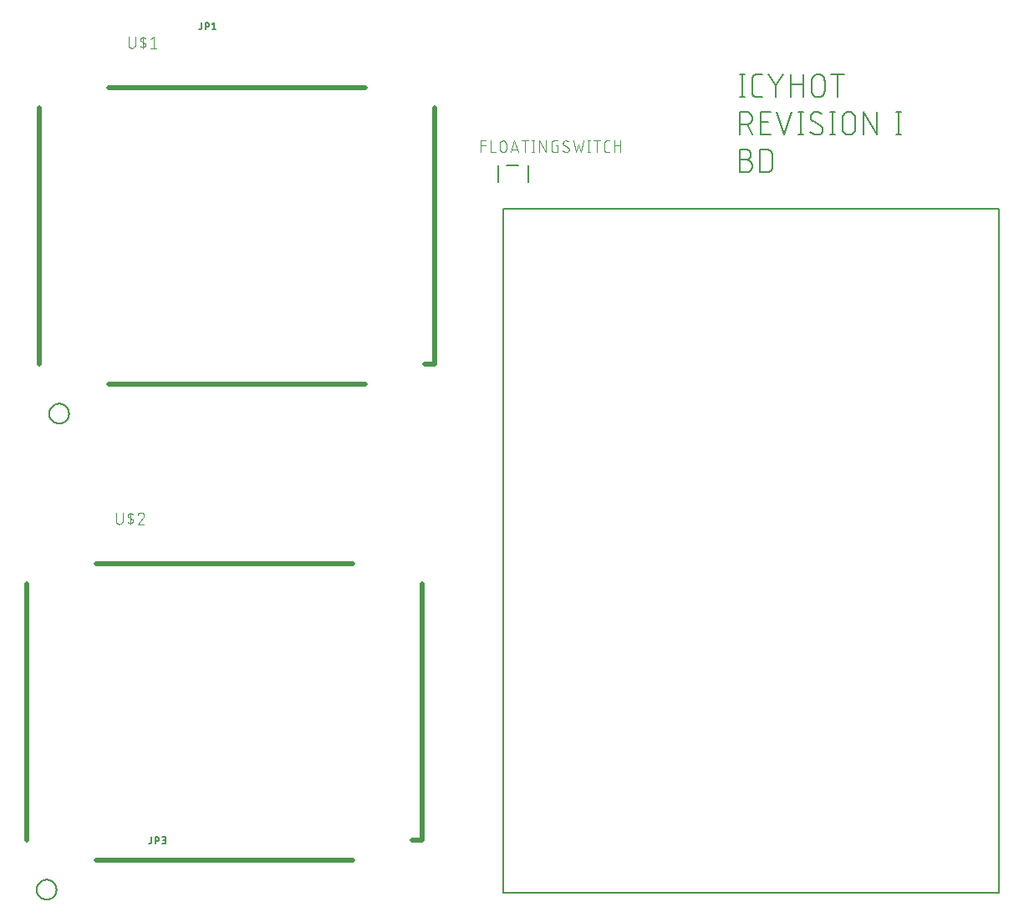
<source format=gbr>
G04 EAGLE Gerber RS-274X export*
G75*
%MOMM*%
%FSLAX34Y34*%
%LPD*%
%INSilkscreen Top*%
%IPPOS*%
%AMOC8*
5,1,8,0,0,1.08239X$1,22.5*%
G01*
%ADD10C,0.203200*%
%ADD11C,0.127000*%
%ADD12C,0.152400*%
%ADD13C,0.100000*%
%ADD14C,0.101600*%
%ADD15C,0.500000*%


D10*
X740212Y849884D02*
X740212Y826516D01*
X737616Y826516D02*
X742809Y826516D01*
X742809Y849884D02*
X737616Y849884D01*
X755594Y826516D02*
X760786Y826516D01*
X755594Y826516D02*
X755451Y826518D01*
X755308Y826524D01*
X755165Y826534D01*
X755023Y826548D01*
X754881Y826565D01*
X754739Y826587D01*
X754598Y826612D01*
X754458Y826642D01*
X754319Y826675D01*
X754181Y826712D01*
X754044Y826753D01*
X753908Y826797D01*
X753773Y826846D01*
X753640Y826898D01*
X753508Y826953D01*
X753378Y827013D01*
X753249Y827076D01*
X753122Y827142D01*
X752998Y827212D01*
X752875Y827285D01*
X752754Y827362D01*
X752635Y827442D01*
X752519Y827525D01*
X752404Y827611D01*
X752293Y827700D01*
X752183Y827793D01*
X752077Y827888D01*
X751973Y827987D01*
X751872Y828088D01*
X751773Y828192D01*
X751678Y828298D01*
X751585Y828408D01*
X751496Y828519D01*
X751410Y828634D01*
X751327Y828750D01*
X751247Y828869D01*
X751170Y828990D01*
X751097Y829113D01*
X751027Y829237D01*
X750961Y829364D01*
X750898Y829493D01*
X750838Y829623D01*
X750783Y829755D01*
X750731Y829888D01*
X750682Y830023D01*
X750638Y830159D01*
X750597Y830296D01*
X750560Y830434D01*
X750527Y830573D01*
X750497Y830713D01*
X750472Y830854D01*
X750450Y830996D01*
X750433Y831138D01*
X750419Y831280D01*
X750409Y831423D01*
X750403Y831566D01*
X750401Y831709D01*
X750401Y844691D01*
X750403Y844834D01*
X750409Y844977D01*
X750419Y845120D01*
X750433Y845262D01*
X750450Y845404D01*
X750472Y845546D01*
X750497Y845687D01*
X750527Y845827D01*
X750560Y845966D01*
X750597Y846104D01*
X750638Y846241D01*
X750682Y846377D01*
X750731Y846512D01*
X750783Y846645D01*
X750838Y846777D01*
X750898Y846907D01*
X750961Y847036D01*
X751027Y847163D01*
X751097Y847287D01*
X751170Y847410D01*
X751247Y847531D01*
X751327Y847650D01*
X751410Y847766D01*
X751496Y847881D01*
X751585Y847992D01*
X751678Y848102D01*
X751773Y848208D01*
X751872Y848312D01*
X751973Y848413D01*
X752077Y848512D01*
X752183Y848607D01*
X752293Y848700D01*
X752404Y848789D01*
X752519Y848875D01*
X752635Y848958D01*
X752754Y849038D01*
X752875Y849115D01*
X752997Y849188D01*
X753122Y849258D01*
X753249Y849324D01*
X753378Y849387D01*
X753508Y849447D01*
X753640Y849502D01*
X753773Y849554D01*
X753908Y849603D01*
X754044Y849647D01*
X754181Y849688D01*
X754319Y849725D01*
X754458Y849758D01*
X754598Y849788D01*
X754739Y849813D01*
X754881Y849835D01*
X755023Y849852D01*
X755165Y849866D01*
X755308Y849876D01*
X755451Y849882D01*
X755594Y849884D01*
X760786Y849884D01*
X766525Y849884D02*
X774314Y838849D01*
X782104Y849884D01*
X774314Y838849D02*
X774314Y826516D01*
X789398Y826516D02*
X789398Y849884D01*
X789398Y839498D02*
X802380Y839498D01*
X802380Y849884D02*
X802380Y826516D01*
X810973Y833007D02*
X810973Y843393D01*
X810975Y843552D01*
X810981Y843711D01*
X810991Y843871D01*
X811004Y844029D01*
X811022Y844188D01*
X811043Y844345D01*
X811069Y844503D01*
X811098Y844659D01*
X811131Y844815D01*
X811168Y844970D01*
X811208Y845124D01*
X811253Y845277D01*
X811301Y845429D01*
X811352Y845580D01*
X811408Y845729D01*
X811467Y845877D01*
X811530Y846023D01*
X811596Y846168D01*
X811666Y846311D01*
X811739Y846453D01*
X811816Y846592D01*
X811896Y846730D01*
X811980Y846866D01*
X812067Y846999D01*
X812157Y847131D01*
X812250Y847260D01*
X812347Y847386D01*
X812446Y847511D01*
X812549Y847633D01*
X812654Y847752D01*
X812763Y847869D01*
X812874Y847983D01*
X812988Y848094D01*
X813105Y848203D01*
X813224Y848308D01*
X813346Y848411D01*
X813471Y848510D01*
X813597Y848607D01*
X813726Y848700D01*
X813858Y848790D01*
X813991Y848877D01*
X814127Y848961D01*
X814265Y849041D01*
X814404Y849118D01*
X814546Y849191D01*
X814689Y849261D01*
X814834Y849327D01*
X814980Y849390D01*
X815128Y849449D01*
X815277Y849505D01*
X815428Y849556D01*
X815580Y849604D01*
X815733Y849649D01*
X815887Y849689D01*
X816042Y849726D01*
X816198Y849759D01*
X816354Y849788D01*
X816512Y849814D01*
X816669Y849835D01*
X816828Y849853D01*
X816986Y849866D01*
X817146Y849876D01*
X817305Y849882D01*
X817464Y849884D01*
X817623Y849882D01*
X817782Y849876D01*
X817942Y849866D01*
X818100Y849853D01*
X818259Y849835D01*
X818416Y849814D01*
X818574Y849788D01*
X818730Y849759D01*
X818886Y849726D01*
X819041Y849689D01*
X819195Y849649D01*
X819348Y849604D01*
X819500Y849556D01*
X819651Y849505D01*
X819800Y849449D01*
X819948Y849390D01*
X820094Y849327D01*
X820239Y849261D01*
X820382Y849191D01*
X820524Y849118D01*
X820663Y849041D01*
X820801Y848961D01*
X820937Y848877D01*
X821070Y848790D01*
X821202Y848700D01*
X821331Y848607D01*
X821457Y848510D01*
X821582Y848411D01*
X821704Y848308D01*
X821823Y848203D01*
X821940Y848094D01*
X822054Y847983D01*
X822165Y847869D01*
X822274Y847752D01*
X822379Y847633D01*
X822482Y847511D01*
X822581Y847386D01*
X822678Y847260D01*
X822771Y847131D01*
X822861Y846999D01*
X822948Y846866D01*
X823032Y846730D01*
X823112Y846592D01*
X823189Y846453D01*
X823262Y846311D01*
X823332Y846168D01*
X823398Y846023D01*
X823461Y845877D01*
X823520Y845729D01*
X823576Y845580D01*
X823627Y845429D01*
X823675Y845277D01*
X823720Y845124D01*
X823760Y844970D01*
X823797Y844815D01*
X823830Y844659D01*
X823859Y844503D01*
X823885Y844345D01*
X823906Y844188D01*
X823924Y844029D01*
X823937Y843871D01*
X823947Y843711D01*
X823953Y843552D01*
X823955Y843393D01*
X823955Y833007D01*
X823953Y832848D01*
X823947Y832689D01*
X823937Y832529D01*
X823924Y832371D01*
X823906Y832212D01*
X823885Y832055D01*
X823859Y831897D01*
X823830Y831741D01*
X823797Y831585D01*
X823760Y831430D01*
X823720Y831276D01*
X823675Y831123D01*
X823627Y830971D01*
X823576Y830820D01*
X823520Y830671D01*
X823461Y830523D01*
X823398Y830377D01*
X823332Y830232D01*
X823262Y830089D01*
X823189Y829947D01*
X823112Y829808D01*
X823032Y829670D01*
X822948Y829534D01*
X822861Y829401D01*
X822771Y829269D01*
X822678Y829140D01*
X822581Y829014D01*
X822482Y828889D01*
X822379Y828767D01*
X822274Y828648D01*
X822165Y828531D01*
X822054Y828417D01*
X821940Y828306D01*
X821823Y828197D01*
X821704Y828092D01*
X821582Y827989D01*
X821457Y827890D01*
X821331Y827793D01*
X821202Y827700D01*
X821070Y827610D01*
X820937Y827523D01*
X820801Y827439D01*
X820663Y827359D01*
X820524Y827282D01*
X820382Y827209D01*
X820239Y827139D01*
X820094Y827073D01*
X819948Y827010D01*
X819800Y826951D01*
X819651Y826895D01*
X819500Y826844D01*
X819348Y826796D01*
X819195Y826751D01*
X819041Y826711D01*
X818886Y826674D01*
X818730Y826641D01*
X818574Y826612D01*
X818416Y826586D01*
X818259Y826565D01*
X818100Y826547D01*
X817942Y826534D01*
X817782Y826524D01*
X817623Y826518D01*
X817464Y826516D01*
X817305Y826518D01*
X817146Y826524D01*
X816986Y826534D01*
X816828Y826547D01*
X816669Y826565D01*
X816512Y826586D01*
X816354Y826612D01*
X816198Y826641D01*
X816042Y826674D01*
X815887Y826711D01*
X815733Y826751D01*
X815580Y826796D01*
X815428Y826844D01*
X815277Y826895D01*
X815128Y826951D01*
X814980Y827010D01*
X814834Y827073D01*
X814689Y827139D01*
X814546Y827209D01*
X814404Y827282D01*
X814265Y827359D01*
X814127Y827439D01*
X813991Y827523D01*
X813858Y827610D01*
X813726Y827700D01*
X813597Y827793D01*
X813471Y827890D01*
X813346Y827989D01*
X813224Y828092D01*
X813105Y828197D01*
X812988Y828306D01*
X812874Y828417D01*
X812763Y828531D01*
X812654Y828648D01*
X812549Y828767D01*
X812446Y828889D01*
X812347Y829014D01*
X812250Y829140D01*
X812157Y829269D01*
X812067Y829401D01*
X811980Y829534D01*
X811896Y829670D01*
X811816Y829808D01*
X811739Y829947D01*
X811666Y830089D01*
X811596Y830232D01*
X811530Y830377D01*
X811467Y830523D01*
X811408Y830671D01*
X811352Y830820D01*
X811301Y830971D01*
X811253Y831123D01*
X811208Y831276D01*
X811168Y831430D01*
X811131Y831585D01*
X811098Y831741D01*
X811069Y831897D01*
X811043Y832055D01*
X811022Y832212D01*
X811004Y832371D01*
X810991Y832529D01*
X810981Y832689D01*
X810975Y832848D01*
X810973Y833007D01*
X836951Y826516D02*
X836951Y849884D01*
X830460Y849884D02*
X843442Y849884D01*
X737616Y811784D02*
X737616Y788416D01*
X737616Y811784D02*
X744107Y811784D01*
X744266Y811782D01*
X744425Y811776D01*
X744585Y811766D01*
X744743Y811753D01*
X744902Y811735D01*
X745059Y811714D01*
X745217Y811688D01*
X745373Y811659D01*
X745529Y811626D01*
X745684Y811589D01*
X745838Y811549D01*
X745991Y811504D01*
X746143Y811456D01*
X746294Y811405D01*
X746443Y811349D01*
X746591Y811290D01*
X746737Y811227D01*
X746882Y811161D01*
X747025Y811091D01*
X747167Y811018D01*
X747306Y810941D01*
X747444Y810861D01*
X747580Y810777D01*
X747713Y810690D01*
X747845Y810600D01*
X747974Y810507D01*
X748100Y810410D01*
X748225Y810311D01*
X748347Y810208D01*
X748466Y810103D01*
X748583Y809994D01*
X748697Y809883D01*
X748808Y809769D01*
X748917Y809652D01*
X749022Y809533D01*
X749125Y809411D01*
X749224Y809286D01*
X749321Y809160D01*
X749414Y809031D01*
X749504Y808899D01*
X749591Y808766D01*
X749675Y808630D01*
X749755Y808492D01*
X749832Y808353D01*
X749905Y808211D01*
X749975Y808068D01*
X750041Y807923D01*
X750104Y807777D01*
X750163Y807629D01*
X750219Y807480D01*
X750270Y807329D01*
X750318Y807177D01*
X750363Y807024D01*
X750403Y806870D01*
X750440Y806715D01*
X750473Y806559D01*
X750502Y806403D01*
X750528Y806245D01*
X750549Y806088D01*
X750567Y805929D01*
X750580Y805771D01*
X750590Y805611D01*
X750596Y805452D01*
X750598Y805293D01*
X750596Y805134D01*
X750590Y804975D01*
X750580Y804815D01*
X750567Y804657D01*
X750549Y804498D01*
X750528Y804341D01*
X750502Y804183D01*
X750473Y804027D01*
X750440Y803871D01*
X750403Y803716D01*
X750363Y803562D01*
X750318Y803409D01*
X750270Y803257D01*
X750219Y803106D01*
X750163Y802957D01*
X750104Y802809D01*
X750041Y802663D01*
X749975Y802518D01*
X749905Y802375D01*
X749832Y802233D01*
X749755Y802094D01*
X749675Y801956D01*
X749591Y801820D01*
X749504Y801687D01*
X749414Y801555D01*
X749321Y801426D01*
X749224Y801300D01*
X749125Y801175D01*
X749022Y801053D01*
X748917Y800934D01*
X748808Y800817D01*
X748697Y800703D01*
X748583Y800592D01*
X748466Y800483D01*
X748347Y800378D01*
X748225Y800275D01*
X748100Y800176D01*
X747974Y800079D01*
X747845Y799986D01*
X747713Y799896D01*
X747580Y799809D01*
X747444Y799725D01*
X747306Y799645D01*
X747167Y799568D01*
X747025Y799495D01*
X746882Y799425D01*
X746737Y799359D01*
X746591Y799296D01*
X746443Y799237D01*
X746294Y799181D01*
X746143Y799130D01*
X745991Y799082D01*
X745838Y799037D01*
X745684Y798997D01*
X745529Y798960D01*
X745373Y798927D01*
X745217Y798898D01*
X745059Y798872D01*
X744902Y798851D01*
X744743Y798833D01*
X744585Y798820D01*
X744425Y798810D01*
X744266Y798804D01*
X744107Y798802D01*
X737616Y798802D01*
X745405Y798802D02*
X750598Y788416D01*
X759151Y788416D02*
X769537Y788416D01*
X759151Y788416D02*
X759151Y811784D01*
X769537Y811784D01*
X766941Y801398D02*
X759151Y801398D01*
X775228Y811784D02*
X783017Y788416D01*
X790806Y811784D01*
X799720Y811784D02*
X799720Y788416D01*
X797124Y788416D02*
X802317Y788416D01*
X802317Y811784D02*
X797124Y811784D01*
X817025Y788416D02*
X817168Y788418D01*
X817311Y788424D01*
X817454Y788434D01*
X817596Y788448D01*
X817738Y788465D01*
X817880Y788487D01*
X818021Y788512D01*
X818161Y788542D01*
X818300Y788575D01*
X818438Y788612D01*
X818575Y788653D01*
X818711Y788697D01*
X818846Y788746D01*
X818979Y788798D01*
X819111Y788853D01*
X819241Y788913D01*
X819370Y788976D01*
X819497Y789042D01*
X819622Y789112D01*
X819744Y789185D01*
X819865Y789262D01*
X819984Y789342D01*
X820100Y789425D01*
X820215Y789511D01*
X820326Y789600D01*
X820436Y789693D01*
X820542Y789788D01*
X820646Y789887D01*
X820747Y789988D01*
X820846Y790092D01*
X820941Y790198D01*
X821034Y790308D01*
X821123Y790419D01*
X821209Y790534D01*
X821292Y790650D01*
X821372Y790769D01*
X821449Y790890D01*
X821522Y791013D01*
X821592Y791137D01*
X821658Y791264D01*
X821721Y791393D01*
X821781Y791523D01*
X821836Y791655D01*
X821888Y791788D01*
X821937Y791923D01*
X821981Y792059D01*
X822022Y792196D01*
X822059Y792334D01*
X822092Y792473D01*
X822122Y792613D01*
X822147Y792754D01*
X822169Y792896D01*
X822186Y793038D01*
X822200Y793180D01*
X822210Y793323D01*
X822216Y793466D01*
X822218Y793609D01*
X817025Y788416D02*
X816763Y788419D01*
X816500Y788429D01*
X816238Y788444D01*
X815977Y788466D01*
X815716Y788494D01*
X815456Y788529D01*
X815196Y788570D01*
X814938Y788616D01*
X814681Y788669D01*
X814425Y788729D01*
X814171Y788794D01*
X813918Y788865D01*
X813668Y788942D01*
X813419Y789026D01*
X813172Y789115D01*
X812927Y789210D01*
X812685Y789311D01*
X812445Y789418D01*
X812208Y789530D01*
X811974Y789648D01*
X811742Y789772D01*
X811514Y789901D01*
X811288Y790036D01*
X811066Y790176D01*
X810847Y790321D01*
X810632Y790471D01*
X810421Y790627D01*
X810213Y790787D01*
X810009Y790953D01*
X809810Y791123D01*
X809614Y791298D01*
X809423Y791477D01*
X809236Y791662D01*
X809885Y806591D02*
X809887Y806734D01*
X809893Y806877D01*
X809903Y807020D01*
X809917Y807162D01*
X809934Y807304D01*
X809956Y807446D01*
X809981Y807587D01*
X810011Y807727D01*
X810044Y807866D01*
X810081Y808004D01*
X810122Y808141D01*
X810166Y808277D01*
X810215Y808412D01*
X810267Y808545D01*
X810322Y808677D01*
X810382Y808807D01*
X810445Y808936D01*
X810511Y809063D01*
X810581Y809188D01*
X810654Y809310D01*
X810731Y809431D01*
X810811Y809550D01*
X810894Y809666D01*
X810980Y809781D01*
X811069Y809892D01*
X811162Y810002D01*
X811257Y810108D01*
X811356Y810212D01*
X811457Y810313D01*
X811561Y810412D01*
X811667Y810507D01*
X811777Y810600D01*
X811888Y810689D01*
X812003Y810775D01*
X812119Y810859D01*
X812238Y810938D01*
X812359Y811015D01*
X812482Y811088D01*
X812606Y811158D01*
X812733Y811224D01*
X812862Y811287D01*
X812992Y811347D01*
X813124Y811402D01*
X813257Y811454D01*
X813392Y811503D01*
X813528Y811547D01*
X813665Y811588D01*
X813803Y811625D01*
X813942Y811658D01*
X814082Y811688D01*
X814223Y811713D01*
X814365Y811735D01*
X814507Y811752D01*
X814649Y811766D01*
X814792Y811776D01*
X814935Y811782D01*
X815078Y811784D01*
X815310Y811781D01*
X815542Y811773D01*
X815774Y811759D01*
X816005Y811740D01*
X816236Y811715D01*
X816466Y811685D01*
X816695Y811649D01*
X816923Y811608D01*
X817151Y811561D01*
X817377Y811509D01*
X817602Y811451D01*
X817825Y811388D01*
X818047Y811320D01*
X818267Y811247D01*
X818485Y811168D01*
X818702Y811085D01*
X818916Y810996D01*
X819128Y810902D01*
X819338Y810803D01*
X819546Y810699D01*
X819750Y810590D01*
X819953Y810476D01*
X820152Y810357D01*
X820349Y810234D01*
X820542Y810106D01*
X820733Y809974D01*
X820920Y809837D01*
X812481Y802047D02*
X812358Y802122D01*
X812237Y802200D01*
X812118Y802282D01*
X812002Y802366D01*
X811888Y802454D01*
X811776Y802545D01*
X811666Y802639D01*
X811560Y802736D01*
X811456Y802836D01*
X811355Y802938D01*
X811256Y803044D01*
X811161Y803152D01*
X811068Y803262D01*
X810979Y803375D01*
X810893Y803491D01*
X810809Y803608D01*
X810730Y803728D01*
X810653Y803850D01*
X810580Y803974D01*
X810510Y804100D01*
X810444Y804228D01*
X810381Y804358D01*
X810322Y804489D01*
X810266Y804622D01*
X810214Y804757D01*
X810166Y804893D01*
X810121Y805030D01*
X810081Y805168D01*
X810044Y805307D01*
X810010Y805447D01*
X809981Y805588D01*
X809956Y805730D01*
X809934Y805873D01*
X809916Y806016D01*
X809903Y806159D01*
X809893Y806303D01*
X809887Y806447D01*
X809885Y806591D01*
X819622Y798153D02*
X819745Y798078D01*
X819866Y798000D01*
X819985Y797918D01*
X820101Y797834D01*
X820215Y797746D01*
X820327Y797655D01*
X820436Y797561D01*
X820543Y797464D01*
X820647Y797364D01*
X820748Y797262D01*
X820847Y797156D01*
X820942Y797048D01*
X821035Y796938D01*
X821124Y796825D01*
X821210Y796710D01*
X821293Y796592D01*
X821373Y796472D01*
X821450Y796350D01*
X821523Y796226D01*
X821593Y796100D01*
X821659Y795972D01*
X821722Y795842D01*
X821781Y795711D01*
X821837Y795578D01*
X821889Y795443D01*
X821937Y795307D01*
X821982Y795170D01*
X822022Y795032D01*
X822059Y794893D01*
X822093Y794753D01*
X822122Y794612D01*
X822147Y794470D01*
X822169Y794327D01*
X822187Y794184D01*
X822200Y794041D01*
X822210Y793897D01*
X822216Y793753D01*
X822218Y793609D01*
X819622Y798153D02*
X812482Y802047D01*
X831734Y811784D02*
X831734Y788416D01*
X829138Y788416D02*
X834331Y788416D01*
X834331Y811784D02*
X829138Y811784D01*
X841946Y805293D02*
X841946Y794907D01*
X841946Y805293D02*
X841948Y805452D01*
X841954Y805611D01*
X841964Y805771D01*
X841977Y805929D01*
X841995Y806088D01*
X842016Y806245D01*
X842042Y806403D01*
X842071Y806559D01*
X842104Y806715D01*
X842141Y806870D01*
X842181Y807024D01*
X842226Y807177D01*
X842274Y807329D01*
X842325Y807480D01*
X842381Y807629D01*
X842440Y807777D01*
X842503Y807923D01*
X842569Y808068D01*
X842639Y808211D01*
X842712Y808353D01*
X842789Y808492D01*
X842869Y808630D01*
X842953Y808766D01*
X843040Y808899D01*
X843130Y809031D01*
X843223Y809160D01*
X843320Y809286D01*
X843419Y809411D01*
X843522Y809533D01*
X843627Y809652D01*
X843736Y809769D01*
X843847Y809883D01*
X843961Y809994D01*
X844078Y810103D01*
X844197Y810208D01*
X844319Y810311D01*
X844444Y810410D01*
X844570Y810507D01*
X844699Y810600D01*
X844831Y810690D01*
X844964Y810777D01*
X845100Y810861D01*
X845238Y810941D01*
X845377Y811018D01*
X845519Y811091D01*
X845662Y811161D01*
X845807Y811227D01*
X845953Y811290D01*
X846101Y811349D01*
X846250Y811405D01*
X846401Y811456D01*
X846553Y811504D01*
X846706Y811549D01*
X846860Y811589D01*
X847015Y811626D01*
X847171Y811659D01*
X847327Y811688D01*
X847485Y811714D01*
X847642Y811735D01*
X847801Y811753D01*
X847959Y811766D01*
X848119Y811776D01*
X848278Y811782D01*
X848437Y811784D01*
X848596Y811782D01*
X848755Y811776D01*
X848915Y811766D01*
X849073Y811753D01*
X849232Y811735D01*
X849389Y811714D01*
X849547Y811688D01*
X849703Y811659D01*
X849859Y811626D01*
X850014Y811589D01*
X850168Y811549D01*
X850321Y811504D01*
X850473Y811456D01*
X850624Y811405D01*
X850773Y811349D01*
X850921Y811290D01*
X851067Y811227D01*
X851212Y811161D01*
X851355Y811091D01*
X851497Y811018D01*
X851636Y810941D01*
X851774Y810861D01*
X851910Y810777D01*
X852043Y810690D01*
X852175Y810600D01*
X852304Y810507D01*
X852430Y810410D01*
X852555Y810311D01*
X852677Y810208D01*
X852796Y810103D01*
X852913Y809994D01*
X853027Y809883D01*
X853138Y809769D01*
X853247Y809652D01*
X853352Y809533D01*
X853455Y809411D01*
X853554Y809286D01*
X853651Y809160D01*
X853744Y809031D01*
X853834Y808899D01*
X853921Y808766D01*
X854005Y808630D01*
X854085Y808492D01*
X854162Y808353D01*
X854235Y808211D01*
X854305Y808068D01*
X854371Y807923D01*
X854434Y807777D01*
X854493Y807629D01*
X854549Y807480D01*
X854600Y807329D01*
X854648Y807177D01*
X854693Y807024D01*
X854733Y806870D01*
X854770Y806715D01*
X854803Y806559D01*
X854832Y806403D01*
X854858Y806245D01*
X854879Y806088D01*
X854897Y805929D01*
X854910Y805771D01*
X854920Y805611D01*
X854926Y805452D01*
X854928Y805293D01*
X854928Y794907D01*
X854926Y794748D01*
X854920Y794589D01*
X854910Y794429D01*
X854897Y794271D01*
X854879Y794112D01*
X854858Y793955D01*
X854832Y793797D01*
X854803Y793641D01*
X854770Y793485D01*
X854733Y793330D01*
X854693Y793176D01*
X854648Y793023D01*
X854600Y792871D01*
X854549Y792720D01*
X854493Y792571D01*
X854434Y792423D01*
X854371Y792277D01*
X854305Y792132D01*
X854235Y791989D01*
X854162Y791847D01*
X854085Y791708D01*
X854005Y791570D01*
X853921Y791434D01*
X853834Y791301D01*
X853744Y791169D01*
X853651Y791040D01*
X853554Y790914D01*
X853455Y790789D01*
X853352Y790667D01*
X853247Y790548D01*
X853138Y790431D01*
X853027Y790317D01*
X852913Y790206D01*
X852796Y790097D01*
X852677Y789992D01*
X852555Y789889D01*
X852430Y789790D01*
X852304Y789693D01*
X852175Y789600D01*
X852043Y789510D01*
X851910Y789423D01*
X851774Y789339D01*
X851636Y789259D01*
X851497Y789182D01*
X851355Y789109D01*
X851212Y789039D01*
X851067Y788973D01*
X850921Y788910D01*
X850773Y788851D01*
X850624Y788795D01*
X850473Y788744D01*
X850321Y788696D01*
X850168Y788651D01*
X850014Y788611D01*
X849859Y788574D01*
X849703Y788541D01*
X849547Y788512D01*
X849389Y788486D01*
X849232Y788465D01*
X849073Y788447D01*
X848915Y788434D01*
X848755Y788424D01*
X848596Y788418D01*
X848437Y788416D01*
X848278Y788418D01*
X848119Y788424D01*
X847959Y788434D01*
X847801Y788447D01*
X847642Y788465D01*
X847485Y788486D01*
X847327Y788512D01*
X847171Y788541D01*
X847015Y788574D01*
X846860Y788611D01*
X846706Y788651D01*
X846553Y788696D01*
X846401Y788744D01*
X846250Y788795D01*
X846101Y788851D01*
X845953Y788910D01*
X845807Y788973D01*
X845662Y789039D01*
X845519Y789109D01*
X845377Y789182D01*
X845238Y789259D01*
X845100Y789339D01*
X844964Y789423D01*
X844831Y789510D01*
X844699Y789600D01*
X844570Y789693D01*
X844444Y789790D01*
X844319Y789889D01*
X844197Y789992D01*
X844078Y790097D01*
X843961Y790206D01*
X843847Y790317D01*
X843736Y790431D01*
X843627Y790548D01*
X843522Y790667D01*
X843419Y790789D01*
X843320Y790914D01*
X843223Y791040D01*
X843130Y791169D01*
X843040Y791301D01*
X842953Y791434D01*
X842869Y791570D01*
X842789Y791708D01*
X842712Y791847D01*
X842639Y791989D01*
X842569Y792132D01*
X842503Y792277D01*
X842440Y792423D01*
X842381Y792571D01*
X842325Y792720D01*
X842274Y792871D01*
X842226Y793023D01*
X842181Y793176D01*
X842141Y793330D01*
X842104Y793485D01*
X842071Y793641D01*
X842042Y793797D01*
X842016Y793955D01*
X841995Y794112D01*
X841977Y794271D01*
X841964Y794429D01*
X841954Y794589D01*
X841948Y794748D01*
X841946Y794907D01*
X863521Y788416D02*
X863521Y811784D01*
X876503Y788416D01*
X876503Y811784D01*
X898546Y811784D02*
X898546Y788416D01*
X895950Y788416D02*
X901143Y788416D01*
X901143Y811784D02*
X895950Y811784D01*
X744107Y763298D02*
X737616Y763298D01*
X744107Y763298D02*
X744266Y763296D01*
X744425Y763290D01*
X744585Y763280D01*
X744743Y763267D01*
X744902Y763249D01*
X745059Y763228D01*
X745217Y763202D01*
X745373Y763173D01*
X745529Y763140D01*
X745684Y763103D01*
X745838Y763063D01*
X745991Y763018D01*
X746143Y762970D01*
X746294Y762919D01*
X746443Y762863D01*
X746591Y762804D01*
X746737Y762741D01*
X746882Y762675D01*
X747025Y762605D01*
X747167Y762532D01*
X747306Y762455D01*
X747444Y762375D01*
X747580Y762291D01*
X747713Y762204D01*
X747845Y762114D01*
X747974Y762021D01*
X748100Y761924D01*
X748225Y761825D01*
X748347Y761722D01*
X748466Y761617D01*
X748583Y761508D01*
X748697Y761397D01*
X748808Y761283D01*
X748917Y761166D01*
X749022Y761047D01*
X749125Y760925D01*
X749224Y760800D01*
X749321Y760674D01*
X749414Y760545D01*
X749504Y760413D01*
X749591Y760280D01*
X749675Y760144D01*
X749755Y760006D01*
X749832Y759867D01*
X749905Y759725D01*
X749975Y759582D01*
X750041Y759437D01*
X750104Y759291D01*
X750163Y759143D01*
X750219Y758994D01*
X750270Y758843D01*
X750318Y758691D01*
X750363Y758538D01*
X750403Y758384D01*
X750440Y758229D01*
X750473Y758073D01*
X750502Y757917D01*
X750528Y757759D01*
X750549Y757602D01*
X750567Y757443D01*
X750580Y757285D01*
X750590Y757125D01*
X750596Y756966D01*
X750598Y756807D01*
X750596Y756648D01*
X750590Y756489D01*
X750580Y756329D01*
X750567Y756171D01*
X750549Y756012D01*
X750528Y755855D01*
X750502Y755697D01*
X750473Y755541D01*
X750440Y755385D01*
X750403Y755230D01*
X750363Y755076D01*
X750318Y754923D01*
X750270Y754771D01*
X750219Y754620D01*
X750163Y754471D01*
X750104Y754323D01*
X750041Y754177D01*
X749975Y754032D01*
X749905Y753889D01*
X749832Y753747D01*
X749755Y753608D01*
X749675Y753470D01*
X749591Y753334D01*
X749504Y753201D01*
X749414Y753069D01*
X749321Y752940D01*
X749224Y752814D01*
X749125Y752689D01*
X749022Y752567D01*
X748917Y752448D01*
X748808Y752331D01*
X748697Y752217D01*
X748583Y752106D01*
X748466Y751997D01*
X748347Y751892D01*
X748225Y751789D01*
X748100Y751690D01*
X747974Y751593D01*
X747845Y751500D01*
X747713Y751410D01*
X747580Y751323D01*
X747444Y751239D01*
X747306Y751159D01*
X747167Y751082D01*
X747025Y751009D01*
X746882Y750939D01*
X746737Y750873D01*
X746591Y750810D01*
X746443Y750751D01*
X746294Y750695D01*
X746143Y750644D01*
X745991Y750596D01*
X745838Y750551D01*
X745684Y750511D01*
X745529Y750474D01*
X745373Y750441D01*
X745217Y750412D01*
X745059Y750386D01*
X744902Y750365D01*
X744743Y750347D01*
X744585Y750334D01*
X744425Y750324D01*
X744266Y750318D01*
X744107Y750316D01*
X737616Y750316D01*
X737616Y773684D01*
X744107Y773684D01*
X744250Y773682D01*
X744393Y773676D01*
X744536Y773666D01*
X744678Y773652D01*
X744820Y773635D01*
X744962Y773613D01*
X745103Y773588D01*
X745243Y773558D01*
X745382Y773525D01*
X745520Y773488D01*
X745657Y773447D01*
X745793Y773403D01*
X745928Y773354D01*
X746061Y773302D01*
X746193Y773247D01*
X746323Y773187D01*
X746452Y773124D01*
X746579Y773058D01*
X746704Y772988D01*
X746826Y772915D01*
X746947Y772838D01*
X747066Y772758D01*
X747182Y772675D01*
X747297Y772589D01*
X747408Y772500D01*
X747518Y772407D01*
X747624Y772312D01*
X747728Y772213D01*
X747829Y772112D01*
X747928Y772008D01*
X748023Y771902D01*
X748116Y771792D01*
X748205Y771681D01*
X748291Y771566D01*
X748374Y771450D01*
X748454Y771331D01*
X748531Y771210D01*
X748604Y771087D01*
X748674Y770963D01*
X748740Y770836D01*
X748803Y770707D01*
X748863Y770577D01*
X748918Y770445D01*
X748970Y770312D01*
X749019Y770177D01*
X749063Y770041D01*
X749104Y769904D01*
X749141Y769766D01*
X749174Y769627D01*
X749204Y769487D01*
X749229Y769346D01*
X749251Y769204D01*
X749268Y769062D01*
X749282Y768920D01*
X749292Y768777D01*
X749298Y768634D01*
X749300Y768491D01*
X749298Y768348D01*
X749292Y768205D01*
X749282Y768062D01*
X749268Y767920D01*
X749251Y767778D01*
X749229Y767636D01*
X749204Y767495D01*
X749174Y767355D01*
X749141Y767216D01*
X749104Y767078D01*
X749063Y766941D01*
X749019Y766805D01*
X748970Y766670D01*
X748918Y766537D01*
X748863Y766405D01*
X748803Y766275D01*
X748740Y766146D01*
X748674Y766019D01*
X748604Y765895D01*
X748531Y765772D01*
X748454Y765651D01*
X748374Y765532D01*
X748291Y765416D01*
X748205Y765301D01*
X748116Y765190D01*
X748023Y765080D01*
X747928Y764974D01*
X747829Y764870D01*
X747728Y764769D01*
X747624Y764670D01*
X747518Y764575D01*
X747408Y764482D01*
X747297Y764393D01*
X747182Y764307D01*
X747066Y764224D01*
X746947Y764144D01*
X746826Y764067D01*
X746704Y763994D01*
X746579Y763924D01*
X746452Y763858D01*
X746323Y763795D01*
X746193Y763735D01*
X746061Y763680D01*
X745928Y763628D01*
X745793Y763579D01*
X745657Y763535D01*
X745520Y763494D01*
X745382Y763457D01*
X745243Y763424D01*
X745103Y763394D01*
X744962Y763369D01*
X744820Y763347D01*
X744678Y763330D01*
X744536Y763316D01*
X744393Y763306D01*
X744250Y763300D01*
X744107Y763298D01*
X758347Y773684D02*
X758347Y750316D01*
X758347Y773684D02*
X764838Y773684D01*
X764997Y773682D01*
X765156Y773676D01*
X765316Y773666D01*
X765474Y773653D01*
X765633Y773635D01*
X765790Y773614D01*
X765948Y773588D01*
X766104Y773559D01*
X766260Y773526D01*
X766415Y773489D01*
X766569Y773449D01*
X766722Y773404D01*
X766874Y773356D01*
X767025Y773305D01*
X767174Y773249D01*
X767322Y773190D01*
X767468Y773127D01*
X767613Y773061D01*
X767756Y772991D01*
X767898Y772918D01*
X768037Y772841D01*
X768175Y772761D01*
X768311Y772677D01*
X768444Y772590D01*
X768576Y772500D01*
X768705Y772407D01*
X768831Y772310D01*
X768956Y772211D01*
X769078Y772108D01*
X769197Y772003D01*
X769314Y771894D01*
X769428Y771783D01*
X769539Y771669D01*
X769648Y771552D01*
X769753Y771433D01*
X769856Y771311D01*
X769955Y771186D01*
X770052Y771060D01*
X770145Y770931D01*
X770235Y770799D01*
X770322Y770666D01*
X770406Y770530D01*
X770486Y770392D01*
X770563Y770253D01*
X770636Y770111D01*
X770706Y769968D01*
X770772Y769823D01*
X770835Y769677D01*
X770894Y769529D01*
X770950Y769380D01*
X771001Y769229D01*
X771049Y769077D01*
X771094Y768924D01*
X771134Y768770D01*
X771171Y768615D01*
X771204Y768459D01*
X771233Y768303D01*
X771259Y768145D01*
X771280Y767988D01*
X771298Y767829D01*
X771311Y767671D01*
X771321Y767511D01*
X771327Y767352D01*
X771329Y767193D01*
X771329Y756807D01*
X771327Y756648D01*
X771321Y756489D01*
X771311Y756329D01*
X771298Y756171D01*
X771280Y756012D01*
X771259Y755855D01*
X771233Y755697D01*
X771204Y755541D01*
X771171Y755385D01*
X771134Y755230D01*
X771094Y755076D01*
X771049Y754923D01*
X771001Y754771D01*
X770950Y754620D01*
X770894Y754471D01*
X770835Y754323D01*
X770772Y754177D01*
X770706Y754032D01*
X770636Y753889D01*
X770563Y753747D01*
X770486Y753608D01*
X770406Y753470D01*
X770322Y753334D01*
X770235Y753201D01*
X770145Y753069D01*
X770052Y752940D01*
X769955Y752814D01*
X769856Y752689D01*
X769753Y752567D01*
X769648Y752448D01*
X769539Y752331D01*
X769428Y752217D01*
X769314Y752106D01*
X769197Y751997D01*
X769078Y751892D01*
X768956Y751789D01*
X768831Y751690D01*
X768705Y751593D01*
X768576Y751500D01*
X768444Y751410D01*
X768311Y751323D01*
X768175Y751239D01*
X768037Y751159D01*
X767898Y751082D01*
X767756Y751009D01*
X767613Y750939D01*
X767468Y750873D01*
X767322Y750810D01*
X767174Y750751D01*
X767025Y750695D01*
X766874Y750644D01*
X766722Y750595D01*
X766569Y750551D01*
X766415Y750511D01*
X766260Y750474D01*
X766104Y750441D01*
X765948Y750412D01*
X765790Y750386D01*
X765633Y750365D01*
X765474Y750347D01*
X765315Y750334D01*
X765156Y750324D01*
X764997Y750318D01*
X764838Y750316D01*
X758347Y750316D01*
D11*
X1000300Y713700D02*
X498300Y713700D01*
X1000300Y713700D02*
X1000300Y19700D01*
X498300Y19700D01*
X498300Y713700D01*
D12*
X192701Y896818D02*
X192701Y901954D01*
X192702Y896818D02*
X192700Y896744D01*
X192694Y896669D01*
X192685Y896596D01*
X192672Y896522D01*
X192655Y896450D01*
X192635Y896379D01*
X192611Y896308D01*
X192583Y896239D01*
X192552Y896171D01*
X192518Y896106D01*
X192480Y896041D01*
X192439Y895979D01*
X192395Y895919D01*
X192348Y895862D01*
X192298Y895807D01*
X192245Y895754D01*
X192190Y895704D01*
X192133Y895657D01*
X192073Y895613D01*
X192011Y895572D01*
X191946Y895534D01*
X191880Y895500D01*
X191813Y895469D01*
X191744Y895441D01*
X191673Y895417D01*
X191602Y895397D01*
X191529Y895380D01*
X191456Y895367D01*
X191382Y895358D01*
X191308Y895352D01*
X191234Y895350D01*
X190500Y895350D01*
X196967Y895350D02*
X196967Y901954D01*
X198801Y901954D01*
X198886Y901952D01*
X198970Y901946D01*
X199054Y901936D01*
X199138Y901923D01*
X199221Y901905D01*
X199303Y901884D01*
X199384Y901859D01*
X199464Y901830D01*
X199542Y901798D01*
X199618Y901762D01*
X199693Y901722D01*
X199766Y901679D01*
X199837Y901633D01*
X199906Y901584D01*
X199973Y901531D01*
X200037Y901475D01*
X200098Y901417D01*
X200156Y901356D01*
X200212Y901292D01*
X200265Y901225D01*
X200314Y901156D01*
X200360Y901085D01*
X200403Y901012D01*
X200443Y900937D01*
X200479Y900861D01*
X200511Y900783D01*
X200540Y900703D01*
X200565Y900622D01*
X200586Y900540D01*
X200604Y900457D01*
X200617Y900373D01*
X200627Y900289D01*
X200633Y900205D01*
X200635Y900120D01*
X200633Y900035D01*
X200627Y899951D01*
X200617Y899867D01*
X200604Y899783D01*
X200586Y899700D01*
X200565Y899618D01*
X200540Y899537D01*
X200511Y899457D01*
X200479Y899379D01*
X200443Y899303D01*
X200403Y899228D01*
X200360Y899155D01*
X200314Y899084D01*
X200265Y899015D01*
X200212Y898948D01*
X200156Y898884D01*
X200098Y898823D01*
X200037Y898765D01*
X199973Y898709D01*
X199906Y898656D01*
X199837Y898607D01*
X199766Y898561D01*
X199693Y898518D01*
X199618Y898478D01*
X199542Y898442D01*
X199464Y898410D01*
X199384Y898381D01*
X199303Y898356D01*
X199221Y898335D01*
X199138Y898317D01*
X199054Y898304D01*
X198970Y898294D01*
X198886Y898288D01*
X198801Y898286D01*
X198801Y898285D02*
X196967Y898285D01*
X203857Y900486D02*
X205691Y901954D01*
X205691Y895350D01*
X203857Y895350D02*
X207526Y895350D01*
X141901Y76454D02*
X141901Y71318D01*
X141902Y71318D02*
X141900Y71244D01*
X141894Y71169D01*
X141885Y71096D01*
X141872Y71022D01*
X141855Y70950D01*
X141835Y70879D01*
X141811Y70808D01*
X141783Y70739D01*
X141752Y70671D01*
X141718Y70606D01*
X141680Y70541D01*
X141639Y70479D01*
X141595Y70419D01*
X141548Y70362D01*
X141498Y70307D01*
X141445Y70254D01*
X141390Y70204D01*
X141333Y70157D01*
X141273Y70113D01*
X141211Y70072D01*
X141146Y70034D01*
X141080Y70000D01*
X141013Y69969D01*
X140944Y69941D01*
X140873Y69917D01*
X140802Y69897D01*
X140729Y69880D01*
X140656Y69867D01*
X140582Y69858D01*
X140508Y69852D01*
X140434Y69850D01*
X139700Y69850D01*
X146167Y69850D02*
X146167Y76454D01*
X148001Y76454D01*
X148086Y76452D01*
X148170Y76446D01*
X148254Y76436D01*
X148338Y76423D01*
X148421Y76405D01*
X148503Y76384D01*
X148584Y76359D01*
X148664Y76330D01*
X148742Y76298D01*
X148818Y76262D01*
X148893Y76222D01*
X148966Y76179D01*
X149037Y76133D01*
X149106Y76084D01*
X149173Y76031D01*
X149237Y75975D01*
X149298Y75917D01*
X149356Y75856D01*
X149412Y75792D01*
X149465Y75725D01*
X149514Y75656D01*
X149560Y75585D01*
X149603Y75512D01*
X149643Y75437D01*
X149679Y75361D01*
X149711Y75283D01*
X149740Y75203D01*
X149765Y75122D01*
X149786Y75040D01*
X149804Y74957D01*
X149817Y74873D01*
X149827Y74789D01*
X149833Y74705D01*
X149835Y74620D01*
X149833Y74535D01*
X149827Y74451D01*
X149817Y74367D01*
X149804Y74283D01*
X149786Y74200D01*
X149765Y74118D01*
X149740Y74037D01*
X149711Y73957D01*
X149679Y73879D01*
X149643Y73803D01*
X149603Y73728D01*
X149560Y73655D01*
X149514Y73584D01*
X149465Y73515D01*
X149412Y73448D01*
X149356Y73384D01*
X149298Y73323D01*
X149237Y73265D01*
X149173Y73209D01*
X149106Y73156D01*
X149037Y73107D01*
X148966Y73061D01*
X148893Y73018D01*
X148818Y72978D01*
X148742Y72942D01*
X148664Y72910D01*
X148584Y72881D01*
X148503Y72856D01*
X148421Y72835D01*
X148338Y72817D01*
X148254Y72804D01*
X148170Y72794D01*
X148086Y72788D01*
X148001Y72786D01*
X148001Y72785D02*
X146167Y72785D01*
X153057Y69850D02*
X154891Y69850D01*
X154976Y69852D01*
X155060Y69858D01*
X155144Y69868D01*
X155228Y69881D01*
X155311Y69899D01*
X155393Y69920D01*
X155474Y69945D01*
X155554Y69974D01*
X155632Y70006D01*
X155708Y70042D01*
X155783Y70082D01*
X155856Y70125D01*
X155927Y70171D01*
X155996Y70220D01*
X156063Y70273D01*
X156127Y70329D01*
X156188Y70387D01*
X156246Y70448D01*
X156302Y70512D01*
X156355Y70579D01*
X156404Y70648D01*
X156450Y70719D01*
X156493Y70792D01*
X156533Y70867D01*
X156569Y70943D01*
X156601Y71021D01*
X156630Y71101D01*
X156655Y71182D01*
X156676Y71264D01*
X156694Y71347D01*
X156707Y71431D01*
X156717Y71515D01*
X156723Y71599D01*
X156725Y71684D01*
X156723Y71769D01*
X156717Y71853D01*
X156707Y71937D01*
X156694Y72021D01*
X156676Y72104D01*
X156655Y72186D01*
X156630Y72267D01*
X156601Y72347D01*
X156569Y72425D01*
X156533Y72501D01*
X156493Y72576D01*
X156450Y72649D01*
X156404Y72720D01*
X156355Y72789D01*
X156302Y72856D01*
X156246Y72920D01*
X156188Y72981D01*
X156127Y73039D01*
X156063Y73095D01*
X155996Y73148D01*
X155927Y73197D01*
X155856Y73243D01*
X155783Y73286D01*
X155708Y73326D01*
X155632Y73362D01*
X155554Y73394D01*
X155474Y73423D01*
X155393Y73448D01*
X155311Y73469D01*
X155228Y73487D01*
X155144Y73500D01*
X155060Y73510D01*
X154976Y73516D01*
X154891Y73518D01*
X155258Y76454D02*
X153057Y76454D01*
X155258Y76454D02*
X155334Y76452D01*
X155409Y76446D01*
X155484Y76437D01*
X155558Y76423D01*
X155632Y76406D01*
X155704Y76384D01*
X155776Y76360D01*
X155846Y76331D01*
X155914Y76299D01*
X155981Y76264D01*
X156046Y76225D01*
X156109Y76182D01*
X156169Y76137D01*
X156227Y76089D01*
X156283Y76037D01*
X156335Y75983D01*
X156385Y75926D01*
X156432Y75867D01*
X156476Y75806D01*
X156517Y75742D01*
X156554Y75676D01*
X156588Y75608D01*
X156618Y75539D01*
X156645Y75468D01*
X156668Y75396D01*
X156687Y75323D01*
X156702Y75249D01*
X156714Y75174D01*
X156722Y75099D01*
X156726Y75024D01*
X156726Y74948D01*
X156722Y74873D01*
X156714Y74798D01*
X156702Y74723D01*
X156687Y74649D01*
X156668Y74576D01*
X156645Y74504D01*
X156618Y74433D01*
X156588Y74364D01*
X156554Y74296D01*
X156517Y74230D01*
X156476Y74166D01*
X156432Y74105D01*
X156385Y74046D01*
X156335Y73989D01*
X156283Y73935D01*
X156227Y73883D01*
X156169Y73835D01*
X156109Y73790D01*
X156046Y73747D01*
X155981Y73708D01*
X155914Y73673D01*
X155846Y73641D01*
X155776Y73612D01*
X155704Y73588D01*
X155632Y73566D01*
X155558Y73549D01*
X155484Y73535D01*
X155409Y73526D01*
X155334Y73520D01*
X155258Y73518D01*
X155258Y73519D02*
X153791Y73519D01*
D13*
X496000Y730800D03*
D11*
X502000Y757800D02*
X514000Y757800D01*
X523500Y757800D02*
X523500Y740300D01*
X493000Y740800D02*
X493000Y757800D01*
D14*
X475508Y770808D02*
X475508Y782492D01*
X480701Y782492D01*
X480701Y777299D02*
X475508Y777299D01*
X485414Y782492D02*
X485414Y770808D01*
X490607Y770808D01*
X494916Y774054D02*
X494916Y779246D01*
X494918Y779359D01*
X494924Y779472D01*
X494934Y779585D01*
X494948Y779698D01*
X494965Y779810D01*
X494987Y779921D01*
X495012Y780031D01*
X495042Y780141D01*
X495075Y780249D01*
X495112Y780356D01*
X495152Y780462D01*
X495197Y780566D01*
X495245Y780669D01*
X495296Y780770D01*
X495351Y780869D01*
X495409Y780966D01*
X495471Y781061D01*
X495536Y781154D01*
X495604Y781244D01*
X495675Y781332D01*
X495750Y781418D01*
X495827Y781501D01*
X495907Y781581D01*
X495990Y781658D01*
X496076Y781733D01*
X496164Y781804D01*
X496254Y781872D01*
X496347Y781937D01*
X496442Y781999D01*
X496539Y782057D01*
X496638Y782112D01*
X496739Y782163D01*
X496842Y782211D01*
X496946Y782256D01*
X497052Y782296D01*
X497159Y782333D01*
X497267Y782366D01*
X497377Y782396D01*
X497487Y782421D01*
X497598Y782443D01*
X497710Y782460D01*
X497823Y782474D01*
X497936Y782484D01*
X498049Y782490D01*
X498162Y782492D01*
X498275Y782490D01*
X498388Y782484D01*
X498501Y782474D01*
X498614Y782460D01*
X498726Y782443D01*
X498837Y782421D01*
X498947Y782396D01*
X499057Y782366D01*
X499165Y782333D01*
X499272Y782296D01*
X499378Y782256D01*
X499482Y782211D01*
X499585Y782163D01*
X499686Y782112D01*
X499785Y782057D01*
X499882Y781999D01*
X499977Y781937D01*
X500070Y781872D01*
X500160Y781804D01*
X500248Y781733D01*
X500334Y781658D01*
X500417Y781581D01*
X500497Y781501D01*
X500574Y781418D01*
X500649Y781332D01*
X500720Y781244D01*
X500788Y781154D01*
X500853Y781061D01*
X500915Y780966D01*
X500973Y780869D01*
X501028Y780770D01*
X501079Y780669D01*
X501127Y780566D01*
X501172Y780462D01*
X501212Y780356D01*
X501249Y780249D01*
X501282Y780141D01*
X501312Y780031D01*
X501337Y779921D01*
X501359Y779810D01*
X501376Y779698D01*
X501390Y779585D01*
X501400Y779472D01*
X501406Y779359D01*
X501408Y779246D01*
X501408Y774054D01*
X501406Y773941D01*
X501400Y773828D01*
X501390Y773715D01*
X501376Y773602D01*
X501359Y773490D01*
X501337Y773379D01*
X501312Y773269D01*
X501282Y773159D01*
X501249Y773051D01*
X501212Y772944D01*
X501172Y772838D01*
X501127Y772734D01*
X501079Y772631D01*
X501028Y772530D01*
X500973Y772431D01*
X500915Y772334D01*
X500853Y772239D01*
X500788Y772146D01*
X500720Y772056D01*
X500649Y771968D01*
X500574Y771882D01*
X500497Y771799D01*
X500417Y771719D01*
X500334Y771642D01*
X500248Y771567D01*
X500160Y771496D01*
X500070Y771428D01*
X499977Y771363D01*
X499882Y771301D01*
X499785Y771243D01*
X499686Y771188D01*
X499585Y771137D01*
X499482Y771089D01*
X499378Y771044D01*
X499272Y771004D01*
X499165Y770967D01*
X499057Y770934D01*
X498947Y770904D01*
X498837Y770879D01*
X498726Y770857D01*
X498614Y770840D01*
X498501Y770826D01*
X498388Y770816D01*
X498275Y770810D01*
X498162Y770808D01*
X498049Y770810D01*
X497936Y770816D01*
X497823Y770826D01*
X497710Y770840D01*
X497598Y770857D01*
X497487Y770879D01*
X497377Y770904D01*
X497267Y770934D01*
X497159Y770967D01*
X497052Y771004D01*
X496946Y771044D01*
X496842Y771089D01*
X496739Y771137D01*
X496638Y771188D01*
X496539Y771243D01*
X496442Y771301D01*
X496347Y771363D01*
X496254Y771428D01*
X496164Y771496D01*
X496076Y771567D01*
X495990Y771642D01*
X495907Y771719D01*
X495827Y771799D01*
X495750Y771882D01*
X495675Y771968D01*
X495604Y772056D01*
X495536Y772146D01*
X495471Y772239D01*
X495409Y772334D01*
X495351Y772431D01*
X495296Y772530D01*
X495245Y772631D01*
X495197Y772734D01*
X495152Y772838D01*
X495112Y772944D01*
X495075Y773051D01*
X495042Y773159D01*
X495012Y773269D01*
X494987Y773379D01*
X494965Y773490D01*
X494948Y773602D01*
X494934Y773715D01*
X494924Y773828D01*
X494918Y773941D01*
X494916Y774054D01*
X505697Y770808D02*
X509592Y782492D01*
X513487Y770808D01*
X512513Y773729D02*
X506671Y773729D01*
X520260Y770808D02*
X520260Y782492D01*
X523505Y782492D02*
X517014Y782492D01*
X528642Y782492D02*
X528642Y770808D01*
X527344Y770808D02*
X529940Y770808D01*
X529940Y782492D02*
X527344Y782492D01*
X534921Y782492D02*
X534921Y770808D01*
X541412Y770808D02*
X534921Y782492D01*
X541412Y782492D02*
X541412Y770808D01*
X551657Y777299D02*
X553604Y777299D01*
X553604Y770808D01*
X549710Y770808D01*
X549611Y770810D01*
X549511Y770816D01*
X549412Y770825D01*
X549314Y770838D01*
X549216Y770855D01*
X549118Y770876D01*
X549022Y770901D01*
X548927Y770929D01*
X548833Y770961D01*
X548740Y770996D01*
X548648Y771035D01*
X548558Y771078D01*
X548470Y771123D01*
X548383Y771173D01*
X548299Y771225D01*
X548216Y771281D01*
X548136Y771339D01*
X548058Y771401D01*
X547983Y771466D01*
X547910Y771534D01*
X547840Y771604D01*
X547772Y771677D01*
X547707Y771752D01*
X547645Y771830D01*
X547587Y771910D01*
X547531Y771993D01*
X547479Y772077D01*
X547429Y772164D01*
X547384Y772252D01*
X547341Y772342D01*
X547302Y772434D01*
X547267Y772527D01*
X547235Y772621D01*
X547207Y772716D01*
X547182Y772812D01*
X547161Y772910D01*
X547144Y773008D01*
X547131Y773106D01*
X547122Y773205D01*
X547116Y773305D01*
X547114Y773404D01*
X547113Y773404D02*
X547113Y779896D01*
X547114Y779896D02*
X547116Y779995D01*
X547122Y780095D01*
X547131Y780194D01*
X547144Y780292D01*
X547161Y780390D01*
X547182Y780488D01*
X547207Y780584D01*
X547235Y780679D01*
X547267Y780773D01*
X547302Y780866D01*
X547341Y780958D01*
X547384Y781048D01*
X547429Y781136D01*
X547479Y781223D01*
X547531Y781307D01*
X547587Y781390D01*
X547645Y781470D01*
X547707Y781548D01*
X547772Y781623D01*
X547840Y781696D01*
X547910Y781766D01*
X547983Y781834D01*
X548058Y781899D01*
X548136Y781961D01*
X548216Y782019D01*
X548299Y782075D01*
X548383Y782127D01*
X548470Y782177D01*
X548558Y782222D01*
X548648Y782265D01*
X548740Y782304D01*
X548832Y782339D01*
X548927Y782371D01*
X549022Y782399D01*
X549118Y782424D01*
X549216Y782445D01*
X549314Y782462D01*
X549412Y782475D01*
X549511Y782484D01*
X549611Y782490D01*
X549710Y782492D01*
X553604Y782492D01*
X565034Y773404D02*
X565032Y773305D01*
X565026Y773205D01*
X565017Y773106D01*
X565004Y773008D01*
X564987Y772910D01*
X564966Y772812D01*
X564941Y772716D01*
X564913Y772621D01*
X564881Y772527D01*
X564846Y772434D01*
X564807Y772342D01*
X564764Y772252D01*
X564719Y772164D01*
X564669Y772077D01*
X564617Y771993D01*
X564561Y771910D01*
X564503Y771830D01*
X564441Y771752D01*
X564376Y771677D01*
X564308Y771604D01*
X564238Y771534D01*
X564165Y771466D01*
X564090Y771401D01*
X564012Y771339D01*
X563932Y771281D01*
X563849Y771225D01*
X563765Y771173D01*
X563678Y771123D01*
X563590Y771078D01*
X563500Y771035D01*
X563408Y770996D01*
X563315Y770961D01*
X563221Y770929D01*
X563126Y770901D01*
X563030Y770876D01*
X562932Y770855D01*
X562834Y770838D01*
X562736Y770825D01*
X562637Y770816D01*
X562537Y770810D01*
X562438Y770808D01*
X562294Y770810D01*
X562149Y770816D01*
X562005Y770825D01*
X561862Y770838D01*
X561718Y770855D01*
X561575Y770876D01*
X561433Y770901D01*
X561292Y770929D01*
X561151Y770961D01*
X561011Y770997D01*
X560872Y771036D01*
X560734Y771079D01*
X560598Y771126D01*
X560462Y771176D01*
X560328Y771230D01*
X560196Y771287D01*
X560065Y771348D01*
X559936Y771412D01*
X559808Y771480D01*
X559682Y771550D01*
X559558Y771625D01*
X559437Y771702D01*
X559317Y771783D01*
X559199Y771866D01*
X559084Y771953D01*
X558971Y772043D01*
X558860Y772136D01*
X558752Y772231D01*
X558646Y772330D01*
X558543Y772431D01*
X558868Y779896D02*
X558870Y779995D01*
X558876Y780095D01*
X558885Y780194D01*
X558898Y780292D01*
X558915Y780390D01*
X558936Y780488D01*
X558961Y780584D01*
X558989Y780679D01*
X559021Y780773D01*
X559056Y780866D01*
X559095Y780958D01*
X559138Y781048D01*
X559183Y781136D01*
X559233Y781223D01*
X559285Y781307D01*
X559341Y781390D01*
X559399Y781470D01*
X559461Y781548D01*
X559526Y781623D01*
X559594Y781696D01*
X559664Y781766D01*
X559737Y781834D01*
X559812Y781899D01*
X559890Y781961D01*
X559970Y782019D01*
X560053Y782075D01*
X560137Y782127D01*
X560224Y782177D01*
X560312Y782222D01*
X560402Y782265D01*
X560494Y782304D01*
X560587Y782339D01*
X560681Y782371D01*
X560776Y782399D01*
X560873Y782424D01*
X560970Y782445D01*
X561068Y782462D01*
X561166Y782475D01*
X561265Y782484D01*
X561365Y782490D01*
X561464Y782492D01*
X561600Y782490D01*
X561736Y782484D01*
X561872Y782475D01*
X562008Y782462D01*
X562143Y782444D01*
X562277Y782424D01*
X562411Y782399D01*
X562545Y782371D01*
X562677Y782338D01*
X562808Y782303D01*
X562939Y782263D01*
X563068Y782220D01*
X563196Y782174D01*
X563322Y782123D01*
X563448Y782070D01*
X563571Y782012D01*
X563693Y781952D01*
X563813Y781888D01*
X563932Y781820D01*
X564048Y781750D01*
X564162Y781676D01*
X564275Y781599D01*
X564385Y781518D01*
X560166Y777624D02*
X560080Y777677D01*
X559996Y777734D01*
X559914Y777793D01*
X559834Y777856D01*
X559757Y777922D01*
X559682Y777990D01*
X559610Y778062D01*
X559541Y778136D01*
X559475Y778213D01*
X559412Y778292D01*
X559352Y778374D01*
X559295Y778458D01*
X559241Y778544D01*
X559191Y778632D01*
X559144Y778722D01*
X559100Y778813D01*
X559061Y778907D01*
X559024Y779001D01*
X558992Y779097D01*
X558963Y779195D01*
X558938Y779293D01*
X558917Y779392D01*
X558899Y779492D01*
X558886Y779592D01*
X558876Y779693D01*
X558870Y779795D01*
X558868Y779896D01*
X563736Y775676D02*
X563822Y775623D01*
X563906Y775566D01*
X563988Y775507D01*
X564068Y775444D01*
X564145Y775378D01*
X564220Y775310D01*
X564292Y775238D01*
X564361Y775164D01*
X564427Y775087D01*
X564490Y775008D01*
X564550Y774926D01*
X564607Y774842D01*
X564661Y774756D01*
X564711Y774668D01*
X564758Y774578D01*
X564802Y774487D01*
X564841Y774393D01*
X564878Y774299D01*
X564910Y774203D01*
X564939Y774105D01*
X564964Y774007D01*
X564985Y773908D01*
X565003Y773808D01*
X565016Y773708D01*
X565026Y773607D01*
X565032Y773505D01*
X565034Y773404D01*
X563736Y775676D02*
X560166Y777624D01*
X569169Y782492D02*
X571765Y770808D01*
X574362Y778597D01*
X576958Y770808D01*
X579555Y782492D01*
X585030Y782492D02*
X585030Y770808D01*
X583732Y770808D02*
X586328Y770808D01*
X586328Y782492D02*
X583732Y782492D01*
X593412Y782492D02*
X593412Y770808D01*
X590166Y782492D02*
X596657Y782492D01*
X603397Y770808D02*
X605994Y770808D01*
X603397Y770808D02*
X603298Y770810D01*
X603198Y770816D01*
X603099Y770825D01*
X603001Y770838D01*
X602903Y770855D01*
X602805Y770876D01*
X602709Y770901D01*
X602614Y770929D01*
X602520Y770961D01*
X602427Y770996D01*
X602335Y771035D01*
X602245Y771078D01*
X602157Y771123D01*
X602070Y771173D01*
X601986Y771225D01*
X601903Y771281D01*
X601823Y771339D01*
X601745Y771401D01*
X601670Y771466D01*
X601597Y771534D01*
X601527Y771604D01*
X601459Y771677D01*
X601394Y771752D01*
X601332Y771830D01*
X601274Y771910D01*
X601218Y771993D01*
X601166Y772077D01*
X601116Y772164D01*
X601071Y772252D01*
X601028Y772342D01*
X600989Y772434D01*
X600954Y772527D01*
X600922Y772621D01*
X600894Y772716D01*
X600869Y772812D01*
X600848Y772910D01*
X600831Y773008D01*
X600818Y773106D01*
X600809Y773205D01*
X600803Y773305D01*
X600801Y773404D01*
X600801Y779896D01*
X600802Y779896D02*
X600804Y779995D01*
X600810Y780095D01*
X600819Y780194D01*
X600832Y780292D01*
X600849Y780390D01*
X600870Y780488D01*
X600895Y780584D01*
X600923Y780679D01*
X600955Y780773D01*
X600990Y780866D01*
X601029Y780958D01*
X601072Y781048D01*
X601117Y781136D01*
X601167Y781223D01*
X601219Y781307D01*
X601275Y781390D01*
X601333Y781470D01*
X601395Y781548D01*
X601460Y781623D01*
X601528Y781696D01*
X601598Y781766D01*
X601671Y781834D01*
X601746Y781899D01*
X601824Y781961D01*
X601904Y782019D01*
X601987Y782075D01*
X602071Y782127D01*
X602158Y782177D01*
X602246Y782222D01*
X602336Y782265D01*
X602428Y782304D01*
X602520Y782339D01*
X602615Y782371D01*
X602710Y782399D01*
X602806Y782424D01*
X602904Y782445D01*
X603002Y782462D01*
X603100Y782475D01*
X603199Y782484D01*
X603299Y782490D01*
X603398Y782492D01*
X603397Y782492D02*
X605994Y782492D01*
X610740Y782492D02*
X610740Y770808D01*
X610740Y777299D02*
X617231Y777299D01*
X617231Y782492D02*
X617231Y770808D01*
D11*
X38600Y505800D02*
X38603Y506045D01*
X38612Y506291D01*
X38627Y506536D01*
X38648Y506780D01*
X38675Y507024D01*
X38708Y507267D01*
X38747Y507510D01*
X38792Y507751D01*
X38843Y507991D01*
X38900Y508230D01*
X38962Y508467D01*
X39031Y508703D01*
X39105Y508937D01*
X39185Y509169D01*
X39270Y509399D01*
X39361Y509627D01*
X39458Y509852D01*
X39560Y510076D01*
X39668Y510296D01*
X39781Y510514D01*
X39899Y510729D01*
X40023Y510941D01*
X40151Y511150D01*
X40285Y511356D01*
X40424Y511558D01*
X40568Y511757D01*
X40717Y511952D01*
X40870Y512144D01*
X41028Y512332D01*
X41190Y512516D01*
X41358Y512695D01*
X41529Y512871D01*
X41705Y513042D01*
X41884Y513210D01*
X42068Y513372D01*
X42256Y513530D01*
X42448Y513683D01*
X42643Y513832D01*
X42842Y513976D01*
X43044Y514115D01*
X43250Y514249D01*
X43459Y514377D01*
X43671Y514501D01*
X43886Y514619D01*
X44104Y514732D01*
X44324Y514840D01*
X44548Y514942D01*
X44773Y515039D01*
X45001Y515130D01*
X45231Y515215D01*
X45463Y515295D01*
X45697Y515369D01*
X45933Y515438D01*
X46170Y515500D01*
X46409Y515557D01*
X46649Y515608D01*
X46890Y515653D01*
X47133Y515692D01*
X47376Y515725D01*
X47620Y515752D01*
X47864Y515773D01*
X48109Y515788D01*
X48355Y515797D01*
X48600Y515800D01*
X48845Y515797D01*
X49091Y515788D01*
X49336Y515773D01*
X49580Y515752D01*
X49824Y515725D01*
X50067Y515692D01*
X50310Y515653D01*
X50551Y515608D01*
X50791Y515557D01*
X51030Y515500D01*
X51267Y515438D01*
X51503Y515369D01*
X51737Y515295D01*
X51969Y515215D01*
X52199Y515130D01*
X52427Y515039D01*
X52652Y514942D01*
X52876Y514840D01*
X53096Y514732D01*
X53314Y514619D01*
X53529Y514501D01*
X53741Y514377D01*
X53950Y514249D01*
X54156Y514115D01*
X54358Y513976D01*
X54557Y513832D01*
X54752Y513683D01*
X54944Y513530D01*
X55132Y513372D01*
X55316Y513210D01*
X55495Y513042D01*
X55671Y512871D01*
X55842Y512695D01*
X56010Y512516D01*
X56172Y512332D01*
X56330Y512144D01*
X56483Y511952D01*
X56632Y511757D01*
X56776Y511558D01*
X56915Y511356D01*
X57049Y511150D01*
X57177Y510941D01*
X57301Y510729D01*
X57419Y510514D01*
X57532Y510296D01*
X57640Y510076D01*
X57742Y509852D01*
X57839Y509627D01*
X57930Y509399D01*
X58015Y509169D01*
X58095Y508937D01*
X58169Y508703D01*
X58238Y508467D01*
X58300Y508230D01*
X58357Y507991D01*
X58408Y507751D01*
X58453Y507510D01*
X58492Y507267D01*
X58525Y507024D01*
X58552Y506780D01*
X58573Y506536D01*
X58588Y506291D01*
X58597Y506045D01*
X58600Y505800D01*
X58597Y505555D01*
X58588Y505309D01*
X58573Y505064D01*
X58552Y504820D01*
X58525Y504576D01*
X58492Y504333D01*
X58453Y504090D01*
X58408Y503849D01*
X58357Y503609D01*
X58300Y503370D01*
X58238Y503133D01*
X58169Y502897D01*
X58095Y502663D01*
X58015Y502431D01*
X57930Y502201D01*
X57839Y501973D01*
X57742Y501748D01*
X57640Y501524D01*
X57532Y501304D01*
X57419Y501086D01*
X57301Y500871D01*
X57177Y500659D01*
X57049Y500450D01*
X56915Y500244D01*
X56776Y500042D01*
X56632Y499843D01*
X56483Y499648D01*
X56330Y499456D01*
X56172Y499268D01*
X56010Y499084D01*
X55842Y498905D01*
X55671Y498729D01*
X55495Y498558D01*
X55316Y498390D01*
X55132Y498228D01*
X54944Y498070D01*
X54752Y497917D01*
X54557Y497768D01*
X54358Y497624D01*
X54156Y497485D01*
X53950Y497351D01*
X53741Y497223D01*
X53529Y497099D01*
X53314Y496981D01*
X53096Y496868D01*
X52876Y496760D01*
X52652Y496658D01*
X52427Y496561D01*
X52199Y496470D01*
X51969Y496385D01*
X51737Y496305D01*
X51503Y496231D01*
X51267Y496162D01*
X51030Y496100D01*
X50791Y496043D01*
X50551Y495992D01*
X50310Y495947D01*
X50067Y495908D01*
X49824Y495875D01*
X49580Y495848D01*
X49336Y495827D01*
X49091Y495812D01*
X48845Y495803D01*
X48600Y495800D01*
X48355Y495803D01*
X48109Y495812D01*
X47864Y495827D01*
X47620Y495848D01*
X47376Y495875D01*
X47133Y495908D01*
X46890Y495947D01*
X46649Y495992D01*
X46409Y496043D01*
X46170Y496100D01*
X45933Y496162D01*
X45697Y496231D01*
X45463Y496305D01*
X45231Y496385D01*
X45001Y496470D01*
X44773Y496561D01*
X44548Y496658D01*
X44324Y496760D01*
X44104Y496868D01*
X43886Y496981D01*
X43671Y497099D01*
X43459Y497223D01*
X43250Y497351D01*
X43044Y497485D01*
X42842Y497624D01*
X42643Y497768D01*
X42448Y497917D01*
X42256Y498070D01*
X42068Y498228D01*
X41884Y498390D01*
X41705Y498558D01*
X41529Y498729D01*
X41358Y498905D01*
X41190Y499084D01*
X41028Y499268D01*
X40870Y499456D01*
X40717Y499648D01*
X40568Y499843D01*
X40424Y500042D01*
X40285Y500244D01*
X40151Y500450D01*
X40023Y500659D01*
X39899Y500871D01*
X39781Y501086D01*
X39668Y501304D01*
X39560Y501524D01*
X39458Y501748D01*
X39361Y501973D01*
X39270Y502201D01*
X39185Y502431D01*
X39105Y502663D01*
X39031Y502897D01*
X38962Y503133D01*
X38900Y503370D01*
X38843Y503609D01*
X38792Y503849D01*
X38747Y504090D01*
X38708Y504333D01*
X38675Y504576D01*
X38648Y504820D01*
X38627Y505064D01*
X38612Y505309D01*
X38603Y505555D01*
X38600Y505800D01*
D15*
X98600Y535800D02*
X358600Y535800D01*
X358600Y835800D02*
X98600Y835800D01*
X428600Y815800D02*
X428600Y555800D01*
X418600Y555800D01*
X28600Y555800D02*
X28600Y815800D01*
D14*
X119108Y879554D02*
X119108Y887992D01*
X119108Y879554D02*
X119110Y879441D01*
X119116Y879328D01*
X119126Y879215D01*
X119140Y879102D01*
X119157Y878990D01*
X119179Y878879D01*
X119204Y878769D01*
X119234Y878659D01*
X119267Y878551D01*
X119304Y878444D01*
X119344Y878338D01*
X119389Y878234D01*
X119437Y878131D01*
X119488Y878030D01*
X119543Y877931D01*
X119601Y877834D01*
X119663Y877739D01*
X119728Y877646D01*
X119796Y877556D01*
X119867Y877468D01*
X119942Y877382D01*
X120019Y877299D01*
X120099Y877219D01*
X120182Y877142D01*
X120268Y877067D01*
X120356Y876996D01*
X120446Y876928D01*
X120539Y876863D01*
X120634Y876801D01*
X120731Y876743D01*
X120830Y876688D01*
X120931Y876637D01*
X121034Y876589D01*
X121138Y876544D01*
X121244Y876504D01*
X121351Y876467D01*
X121459Y876434D01*
X121569Y876404D01*
X121679Y876379D01*
X121790Y876357D01*
X121902Y876340D01*
X122015Y876326D01*
X122128Y876316D01*
X122241Y876310D01*
X122354Y876308D01*
X122467Y876310D01*
X122580Y876316D01*
X122693Y876326D01*
X122806Y876340D01*
X122918Y876357D01*
X123029Y876379D01*
X123139Y876404D01*
X123249Y876434D01*
X123357Y876467D01*
X123464Y876504D01*
X123570Y876544D01*
X123674Y876589D01*
X123777Y876637D01*
X123878Y876688D01*
X123977Y876743D01*
X124074Y876801D01*
X124169Y876863D01*
X124262Y876928D01*
X124352Y876996D01*
X124440Y877067D01*
X124526Y877142D01*
X124609Y877219D01*
X124689Y877299D01*
X124766Y877382D01*
X124841Y877468D01*
X124912Y877556D01*
X124980Y877646D01*
X125045Y877739D01*
X125107Y877834D01*
X125165Y877931D01*
X125220Y878030D01*
X125271Y878131D01*
X125319Y878234D01*
X125364Y878338D01*
X125404Y878444D01*
X125441Y878551D01*
X125474Y878659D01*
X125504Y878769D01*
X125529Y878879D01*
X125551Y878990D01*
X125568Y879102D01*
X125582Y879215D01*
X125592Y879328D01*
X125598Y879441D01*
X125600Y879554D01*
X125599Y879554D02*
X125599Y887992D01*
X133403Y887992D02*
X133403Y876308D01*
X133403Y882150D02*
X131780Y883124D01*
X131779Y883123D02*
X131706Y883170D01*
X131635Y883219D01*
X131565Y883272D01*
X131499Y883328D01*
X131435Y883387D01*
X131373Y883448D01*
X131315Y883512D01*
X131259Y883579D01*
X131207Y883648D01*
X131157Y883720D01*
X131111Y883794D01*
X131068Y883869D01*
X131029Y883947D01*
X130993Y884026D01*
X130961Y884107D01*
X130932Y884189D01*
X130907Y884272D01*
X130886Y884356D01*
X130869Y884441D01*
X130855Y884527D01*
X130846Y884613D01*
X130840Y884700D01*
X130838Y884787D01*
X130840Y884874D01*
X130846Y884961D01*
X130856Y885047D01*
X130869Y885133D01*
X130887Y885218D01*
X130908Y885302D01*
X130933Y885385D01*
X130962Y885468D01*
X130994Y885548D01*
X131030Y885627D01*
X131069Y885705D01*
X131112Y885780D01*
X131159Y885854D01*
X131208Y885925D01*
X131261Y885995D01*
X131316Y886061D01*
X131375Y886125D01*
X131436Y886187D01*
X131501Y886246D01*
X131567Y886301D01*
X131636Y886354D01*
X131708Y886404D01*
X131781Y886450D01*
X131857Y886493D01*
X131934Y886532D01*
X132013Y886568D01*
X132094Y886601D01*
X132176Y886629D01*
X132259Y886655D01*
X132343Y886676D01*
X132429Y886693D01*
X132429Y886694D02*
X132569Y886718D01*
X132711Y886738D01*
X132852Y886754D01*
X132994Y886765D01*
X133137Y886773D01*
X133279Y886777D01*
X133422Y886778D01*
X133565Y886774D01*
X133707Y886766D01*
X133849Y886754D01*
X133991Y886738D01*
X134132Y886719D01*
X134273Y886695D01*
X134413Y886668D01*
X134552Y886636D01*
X134690Y886601D01*
X134828Y886562D01*
X134964Y886519D01*
X135098Y886473D01*
X135232Y886422D01*
X135364Y886369D01*
X135494Y886311D01*
X135623Y886250D01*
X135750Y886185D01*
X135876Y886117D01*
X135999Y886045D01*
X133403Y882150D02*
X135025Y881176D01*
X135026Y881177D02*
X135099Y881130D01*
X135170Y881081D01*
X135240Y881028D01*
X135306Y880972D01*
X135370Y880913D01*
X135432Y880852D01*
X135490Y880788D01*
X135546Y880721D01*
X135598Y880652D01*
X135648Y880580D01*
X135694Y880506D01*
X135737Y880431D01*
X135776Y880353D01*
X135812Y880274D01*
X135844Y880193D01*
X135873Y880111D01*
X135898Y880028D01*
X135919Y879944D01*
X135936Y879859D01*
X135950Y879773D01*
X135959Y879687D01*
X135965Y879600D01*
X135967Y879513D01*
X135965Y879426D01*
X135959Y879339D01*
X135949Y879253D01*
X135936Y879167D01*
X135918Y879082D01*
X135897Y878998D01*
X135872Y878915D01*
X135843Y878832D01*
X135811Y878752D01*
X135775Y878673D01*
X135736Y878595D01*
X135693Y878520D01*
X135646Y878446D01*
X135597Y878375D01*
X135544Y878305D01*
X135489Y878239D01*
X135430Y878175D01*
X135369Y878113D01*
X135304Y878054D01*
X135238Y877999D01*
X135169Y877946D01*
X135097Y877896D01*
X135024Y877850D01*
X134948Y877807D01*
X134871Y877768D01*
X134792Y877732D01*
X134711Y877699D01*
X134629Y877671D01*
X134546Y877645D01*
X134462Y877624D01*
X134377Y877607D01*
X134376Y877606D02*
X134236Y877582D01*
X134094Y877562D01*
X133953Y877546D01*
X133811Y877535D01*
X133668Y877527D01*
X133526Y877523D01*
X133383Y877522D01*
X133240Y877526D01*
X133098Y877534D01*
X132956Y877546D01*
X132814Y877562D01*
X132673Y877581D01*
X132532Y877605D01*
X132392Y877632D01*
X132253Y877664D01*
X132115Y877699D01*
X131977Y877738D01*
X131841Y877781D01*
X131707Y877827D01*
X131573Y877878D01*
X131441Y877931D01*
X131311Y877989D01*
X131182Y878050D01*
X131055Y878115D01*
X130929Y878183D01*
X130806Y878255D01*
X140825Y885396D02*
X144071Y887992D01*
X144071Y876308D01*
X147316Y876308D02*
X140825Y876308D01*
D11*
X25900Y23200D02*
X25903Y23445D01*
X25912Y23691D01*
X25927Y23936D01*
X25948Y24180D01*
X25975Y24424D01*
X26008Y24667D01*
X26047Y24910D01*
X26092Y25151D01*
X26143Y25391D01*
X26200Y25630D01*
X26262Y25867D01*
X26331Y26103D01*
X26405Y26337D01*
X26485Y26569D01*
X26570Y26799D01*
X26661Y27027D01*
X26758Y27252D01*
X26860Y27476D01*
X26968Y27696D01*
X27081Y27914D01*
X27199Y28129D01*
X27323Y28341D01*
X27451Y28550D01*
X27585Y28756D01*
X27724Y28958D01*
X27868Y29157D01*
X28017Y29352D01*
X28170Y29544D01*
X28328Y29732D01*
X28490Y29916D01*
X28658Y30095D01*
X28829Y30271D01*
X29005Y30442D01*
X29184Y30610D01*
X29368Y30772D01*
X29556Y30930D01*
X29748Y31083D01*
X29943Y31232D01*
X30142Y31376D01*
X30344Y31515D01*
X30550Y31649D01*
X30759Y31777D01*
X30971Y31901D01*
X31186Y32019D01*
X31404Y32132D01*
X31624Y32240D01*
X31848Y32342D01*
X32073Y32439D01*
X32301Y32530D01*
X32531Y32615D01*
X32763Y32695D01*
X32997Y32769D01*
X33233Y32838D01*
X33470Y32900D01*
X33709Y32957D01*
X33949Y33008D01*
X34190Y33053D01*
X34433Y33092D01*
X34676Y33125D01*
X34920Y33152D01*
X35164Y33173D01*
X35409Y33188D01*
X35655Y33197D01*
X35900Y33200D01*
X36145Y33197D01*
X36391Y33188D01*
X36636Y33173D01*
X36880Y33152D01*
X37124Y33125D01*
X37367Y33092D01*
X37610Y33053D01*
X37851Y33008D01*
X38091Y32957D01*
X38330Y32900D01*
X38567Y32838D01*
X38803Y32769D01*
X39037Y32695D01*
X39269Y32615D01*
X39499Y32530D01*
X39727Y32439D01*
X39952Y32342D01*
X40176Y32240D01*
X40396Y32132D01*
X40614Y32019D01*
X40829Y31901D01*
X41041Y31777D01*
X41250Y31649D01*
X41456Y31515D01*
X41658Y31376D01*
X41857Y31232D01*
X42052Y31083D01*
X42244Y30930D01*
X42432Y30772D01*
X42616Y30610D01*
X42795Y30442D01*
X42971Y30271D01*
X43142Y30095D01*
X43310Y29916D01*
X43472Y29732D01*
X43630Y29544D01*
X43783Y29352D01*
X43932Y29157D01*
X44076Y28958D01*
X44215Y28756D01*
X44349Y28550D01*
X44477Y28341D01*
X44601Y28129D01*
X44719Y27914D01*
X44832Y27696D01*
X44940Y27476D01*
X45042Y27252D01*
X45139Y27027D01*
X45230Y26799D01*
X45315Y26569D01*
X45395Y26337D01*
X45469Y26103D01*
X45538Y25867D01*
X45600Y25630D01*
X45657Y25391D01*
X45708Y25151D01*
X45753Y24910D01*
X45792Y24667D01*
X45825Y24424D01*
X45852Y24180D01*
X45873Y23936D01*
X45888Y23691D01*
X45897Y23445D01*
X45900Y23200D01*
X45897Y22955D01*
X45888Y22709D01*
X45873Y22464D01*
X45852Y22220D01*
X45825Y21976D01*
X45792Y21733D01*
X45753Y21490D01*
X45708Y21249D01*
X45657Y21009D01*
X45600Y20770D01*
X45538Y20533D01*
X45469Y20297D01*
X45395Y20063D01*
X45315Y19831D01*
X45230Y19601D01*
X45139Y19373D01*
X45042Y19148D01*
X44940Y18924D01*
X44832Y18704D01*
X44719Y18486D01*
X44601Y18271D01*
X44477Y18059D01*
X44349Y17850D01*
X44215Y17644D01*
X44076Y17442D01*
X43932Y17243D01*
X43783Y17048D01*
X43630Y16856D01*
X43472Y16668D01*
X43310Y16484D01*
X43142Y16305D01*
X42971Y16129D01*
X42795Y15958D01*
X42616Y15790D01*
X42432Y15628D01*
X42244Y15470D01*
X42052Y15317D01*
X41857Y15168D01*
X41658Y15024D01*
X41456Y14885D01*
X41250Y14751D01*
X41041Y14623D01*
X40829Y14499D01*
X40614Y14381D01*
X40396Y14268D01*
X40176Y14160D01*
X39952Y14058D01*
X39727Y13961D01*
X39499Y13870D01*
X39269Y13785D01*
X39037Y13705D01*
X38803Y13631D01*
X38567Y13562D01*
X38330Y13500D01*
X38091Y13443D01*
X37851Y13392D01*
X37610Y13347D01*
X37367Y13308D01*
X37124Y13275D01*
X36880Y13248D01*
X36636Y13227D01*
X36391Y13212D01*
X36145Y13203D01*
X35900Y13200D01*
X35655Y13203D01*
X35409Y13212D01*
X35164Y13227D01*
X34920Y13248D01*
X34676Y13275D01*
X34433Y13308D01*
X34190Y13347D01*
X33949Y13392D01*
X33709Y13443D01*
X33470Y13500D01*
X33233Y13562D01*
X32997Y13631D01*
X32763Y13705D01*
X32531Y13785D01*
X32301Y13870D01*
X32073Y13961D01*
X31848Y14058D01*
X31624Y14160D01*
X31404Y14268D01*
X31186Y14381D01*
X30971Y14499D01*
X30759Y14623D01*
X30550Y14751D01*
X30344Y14885D01*
X30142Y15024D01*
X29943Y15168D01*
X29748Y15317D01*
X29556Y15470D01*
X29368Y15628D01*
X29184Y15790D01*
X29005Y15958D01*
X28829Y16129D01*
X28658Y16305D01*
X28490Y16484D01*
X28328Y16668D01*
X28170Y16856D01*
X28017Y17048D01*
X27868Y17243D01*
X27724Y17442D01*
X27585Y17644D01*
X27451Y17850D01*
X27323Y18059D01*
X27199Y18271D01*
X27081Y18486D01*
X26968Y18704D01*
X26860Y18924D01*
X26758Y19148D01*
X26661Y19373D01*
X26570Y19601D01*
X26485Y19831D01*
X26405Y20063D01*
X26331Y20297D01*
X26262Y20533D01*
X26200Y20770D01*
X26143Y21009D01*
X26092Y21249D01*
X26047Y21490D01*
X26008Y21733D01*
X25975Y21976D01*
X25948Y22220D01*
X25927Y22464D01*
X25912Y22709D01*
X25903Y22955D01*
X25900Y23200D01*
D15*
X85900Y53200D02*
X345900Y53200D01*
X345900Y353200D02*
X85900Y353200D01*
X415900Y333200D02*
X415900Y73200D01*
X405900Y73200D01*
X15900Y73200D02*
X15900Y333200D01*
D14*
X106408Y396954D02*
X106408Y405392D01*
X106408Y396954D02*
X106410Y396841D01*
X106416Y396728D01*
X106426Y396615D01*
X106440Y396502D01*
X106457Y396390D01*
X106479Y396279D01*
X106504Y396169D01*
X106534Y396059D01*
X106567Y395951D01*
X106604Y395844D01*
X106644Y395738D01*
X106689Y395634D01*
X106737Y395531D01*
X106788Y395430D01*
X106843Y395331D01*
X106901Y395234D01*
X106963Y395139D01*
X107028Y395046D01*
X107096Y394956D01*
X107167Y394868D01*
X107242Y394782D01*
X107319Y394699D01*
X107399Y394619D01*
X107482Y394542D01*
X107568Y394467D01*
X107656Y394396D01*
X107746Y394328D01*
X107839Y394263D01*
X107934Y394201D01*
X108031Y394143D01*
X108130Y394088D01*
X108231Y394037D01*
X108334Y393989D01*
X108438Y393944D01*
X108544Y393904D01*
X108651Y393867D01*
X108759Y393834D01*
X108869Y393804D01*
X108979Y393779D01*
X109090Y393757D01*
X109202Y393740D01*
X109315Y393726D01*
X109428Y393716D01*
X109541Y393710D01*
X109654Y393708D01*
X109767Y393710D01*
X109880Y393716D01*
X109993Y393726D01*
X110106Y393740D01*
X110218Y393757D01*
X110329Y393779D01*
X110439Y393804D01*
X110549Y393834D01*
X110657Y393867D01*
X110764Y393904D01*
X110870Y393944D01*
X110974Y393989D01*
X111077Y394037D01*
X111178Y394088D01*
X111277Y394143D01*
X111374Y394201D01*
X111469Y394263D01*
X111562Y394328D01*
X111652Y394396D01*
X111740Y394467D01*
X111826Y394542D01*
X111909Y394619D01*
X111989Y394699D01*
X112066Y394782D01*
X112141Y394868D01*
X112212Y394956D01*
X112280Y395046D01*
X112345Y395139D01*
X112407Y395234D01*
X112465Y395331D01*
X112520Y395430D01*
X112571Y395531D01*
X112619Y395634D01*
X112664Y395738D01*
X112704Y395844D01*
X112741Y395951D01*
X112774Y396059D01*
X112804Y396169D01*
X112829Y396279D01*
X112851Y396390D01*
X112868Y396502D01*
X112882Y396615D01*
X112892Y396728D01*
X112898Y396841D01*
X112900Y396954D01*
X112899Y396954D02*
X112899Y405392D01*
X120703Y405392D02*
X120703Y393708D01*
X120703Y399550D02*
X119080Y400524D01*
X119079Y400523D02*
X119006Y400570D01*
X118935Y400619D01*
X118865Y400672D01*
X118799Y400728D01*
X118735Y400787D01*
X118673Y400848D01*
X118615Y400912D01*
X118559Y400979D01*
X118507Y401048D01*
X118457Y401120D01*
X118411Y401194D01*
X118368Y401269D01*
X118329Y401347D01*
X118293Y401426D01*
X118261Y401507D01*
X118232Y401589D01*
X118207Y401672D01*
X118186Y401756D01*
X118169Y401841D01*
X118155Y401927D01*
X118146Y402013D01*
X118140Y402100D01*
X118138Y402187D01*
X118140Y402274D01*
X118146Y402361D01*
X118156Y402447D01*
X118169Y402533D01*
X118187Y402618D01*
X118208Y402702D01*
X118233Y402785D01*
X118262Y402868D01*
X118294Y402948D01*
X118330Y403027D01*
X118369Y403105D01*
X118412Y403180D01*
X118459Y403254D01*
X118508Y403325D01*
X118561Y403395D01*
X118616Y403461D01*
X118675Y403525D01*
X118736Y403587D01*
X118801Y403646D01*
X118867Y403701D01*
X118936Y403754D01*
X119008Y403804D01*
X119081Y403850D01*
X119157Y403893D01*
X119234Y403932D01*
X119313Y403968D01*
X119394Y404001D01*
X119476Y404029D01*
X119559Y404055D01*
X119643Y404076D01*
X119729Y404093D01*
X119729Y404094D02*
X119869Y404118D01*
X120011Y404138D01*
X120152Y404154D01*
X120294Y404165D01*
X120437Y404173D01*
X120579Y404177D01*
X120722Y404178D01*
X120865Y404174D01*
X121007Y404166D01*
X121149Y404154D01*
X121291Y404138D01*
X121432Y404119D01*
X121573Y404095D01*
X121713Y404068D01*
X121852Y404036D01*
X121990Y404001D01*
X122128Y403962D01*
X122264Y403919D01*
X122398Y403873D01*
X122532Y403822D01*
X122664Y403769D01*
X122794Y403711D01*
X122923Y403650D01*
X123050Y403585D01*
X123176Y403517D01*
X123299Y403445D01*
X120703Y399550D02*
X122325Y398576D01*
X122326Y398577D02*
X122399Y398530D01*
X122470Y398481D01*
X122540Y398428D01*
X122606Y398372D01*
X122670Y398313D01*
X122732Y398252D01*
X122790Y398188D01*
X122846Y398121D01*
X122898Y398052D01*
X122948Y397980D01*
X122994Y397906D01*
X123037Y397831D01*
X123076Y397753D01*
X123112Y397674D01*
X123144Y397593D01*
X123173Y397511D01*
X123198Y397428D01*
X123219Y397344D01*
X123236Y397259D01*
X123250Y397173D01*
X123259Y397087D01*
X123265Y397000D01*
X123267Y396913D01*
X123265Y396826D01*
X123259Y396739D01*
X123249Y396653D01*
X123236Y396567D01*
X123218Y396482D01*
X123197Y396398D01*
X123172Y396315D01*
X123143Y396232D01*
X123111Y396152D01*
X123075Y396073D01*
X123036Y395995D01*
X122993Y395920D01*
X122946Y395846D01*
X122897Y395775D01*
X122844Y395705D01*
X122789Y395639D01*
X122730Y395575D01*
X122669Y395513D01*
X122604Y395454D01*
X122538Y395399D01*
X122469Y395346D01*
X122397Y395296D01*
X122324Y395250D01*
X122248Y395207D01*
X122171Y395168D01*
X122092Y395132D01*
X122011Y395099D01*
X121929Y395071D01*
X121846Y395045D01*
X121762Y395024D01*
X121677Y395007D01*
X121676Y395006D02*
X121536Y394982D01*
X121394Y394962D01*
X121253Y394946D01*
X121111Y394935D01*
X120968Y394927D01*
X120826Y394923D01*
X120683Y394922D01*
X120540Y394926D01*
X120398Y394934D01*
X120256Y394946D01*
X120114Y394962D01*
X119973Y394981D01*
X119832Y395005D01*
X119692Y395032D01*
X119553Y395064D01*
X119415Y395099D01*
X119277Y395138D01*
X119141Y395181D01*
X119007Y395227D01*
X118873Y395278D01*
X118741Y395331D01*
X118611Y395389D01*
X118482Y395450D01*
X118355Y395515D01*
X118229Y395583D01*
X118106Y395655D01*
X131695Y405392D02*
X131802Y405390D01*
X131908Y405384D01*
X132014Y405374D01*
X132120Y405361D01*
X132226Y405343D01*
X132330Y405322D01*
X132434Y405297D01*
X132537Y405268D01*
X132638Y405236D01*
X132738Y405199D01*
X132837Y405159D01*
X132935Y405116D01*
X133031Y405069D01*
X133125Y405018D01*
X133217Y404964D01*
X133307Y404907D01*
X133395Y404847D01*
X133480Y404783D01*
X133563Y404716D01*
X133644Y404646D01*
X133722Y404574D01*
X133798Y404498D01*
X133870Y404420D01*
X133940Y404339D01*
X134007Y404256D01*
X134071Y404171D01*
X134131Y404083D01*
X134188Y403993D01*
X134242Y403901D01*
X134293Y403807D01*
X134340Y403711D01*
X134383Y403613D01*
X134423Y403514D01*
X134460Y403414D01*
X134492Y403313D01*
X134521Y403210D01*
X134546Y403106D01*
X134567Y403002D01*
X134585Y402896D01*
X134598Y402790D01*
X134608Y402684D01*
X134614Y402578D01*
X134616Y402471D01*
X131695Y405392D02*
X131574Y405390D01*
X131453Y405384D01*
X131333Y405374D01*
X131212Y405361D01*
X131093Y405343D01*
X130973Y405322D01*
X130855Y405297D01*
X130738Y405268D01*
X130621Y405235D01*
X130506Y405199D01*
X130392Y405158D01*
X130279Y405115D01*
X130167Y405067D01*
X130058Y405016D01*
X129950Y404961D01*
X129843Y404903D01*
X129739Y404842D01*
X129637Y404777D01*
X129537Y404709D01*
X129439Y404638D01*
X129343Y404564D01*
X129250Y404487D01*
X129160Y404406D01*
X129072Y404323D01*
X128987Y404237D01*
X128904Y404148D01*
X128825Y404057D01*
X128748Y403963D01*
X128675Y403867D01*
X128605Y403769D01*
X128538Y403668D01*
X128474Y403565D01*
X128414Y403460D01*
X128357Y403353D01*
X128303Y403245D01*
X128253Y403135D01*
X128207Y403023D01*
X128164Y402910D01*
X128125Y402795D01*
X133643Y400199D02*
X133722Y400276D01*
X133798Y400357D01*
X133871Y400440D01*
X133941Y400525D01*
X134008Y400613D01*
X134072Y400703D01*
X134132Y400795D01*
X134189Y400890D01*
X134243Y400986D01*
X134294Y401084D01*
X134341Y401184D01*
X134385Y401286D01*
X134425Y401389D01*
X134461Y401493D01*
X134493Y401599D01*
X134522Y401705D01*
X134547Y401813D01*
X134569Y401921D01*
X134586Y402031D01*
X134600Y402140D01*
X134609Y402250D01*
X134615Y402361D01*
X134617Y402471D01*
X133642Y400199D02*
X128125Y393708D01*
X134616Y393708D01*
M02*

</source>
